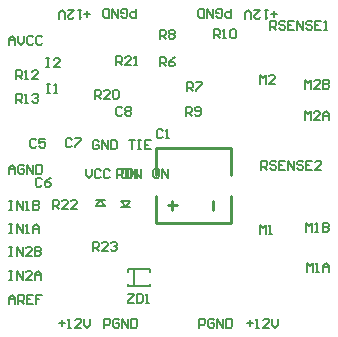
<source format=gto>
%FSLAX24Y24*%
%MOIN*%
G70*
G01*
G75*
%ADD10R,0.0280X0.0159*%
%ADD11R,0.0450X0.0450*%
%ADD12R,0.0315X0.0236*%
%ADD13R,0.0236X0.0315*%
%ADD14R,0.0689X0.0433*%
%ADD15R,0.0689X0.0256*%
G04:AMPARAMS|DCode=16|XSize=68.9mil|YSize=25.6mil|CornerRadius=0mil|HoleSize=0mil|Usage=FLASHONLY|Rotation=0.000|XOffset=0mil|YOffset=0mil|HoleType=Round|Shape=Octagon|*
%AMOCTAGOND16*
4,1,8,0.0344,-0.0064,0.0344,0.0064,0.0281,0.0128,-0.0281,0.0128,-0.0344,0.0064,-0.0344,-0.0064,-0.0281,-0.0128,0.0281,-0.0128,0.0344,-0.0064,0.0*
%
%ADD16OCTAGOND16*%

%ADD17R,0.0950X0.1300*%
%ADD18R,0.0984X0.0394*%
%ADD19C,0.0100*%
%ADD20C,0.0197*%
%ADD21C,0.0256*%
%ADD22C,0.0787*%
%ADD23C,0.0315*%
%ADD24R,0.0400X0.0850*%
%ADD25R,0.0550X0.0150*%
%ADD26R,0.1000X0.0300*%
%ADD27R,0.0950X0.0700*%
%ADD28R,0.0600X0.0700*%
%ADD29R,0.1575X0.0394*%
%ADD30R,0.1181X0.0394*%
%ADD31R,0.1575X0.1181*%
%ADD32R,0.1181X0.1575*%
%ADD33C,0.0220*%
%ADD34C,0.0250*%
G04:AMPARAMS|DCode=35|XSize=59.1mil|YSize=26.7mil|CornerRadius=0mil|HoleSize=0mil|Usage=FLASHONLY|Rotation=0.000|XOffset=0mil|YOffset=0mil|HoleType=Round|Shape=Octagon|*
%AMOCTAGOND35*
4,1,8,0.0295,-0.0067,0.0295,0.0067,0.0229,0.0133,-0.0229,0.0133,-0.0295,0.0067,-0.0295,-0.0067,-0.0229,-0.0133,0.0229,-0.0133,0.0295,-0.0067,0.0*
%
%ADD35OCTAGOND35*%

%ADD36R,0.0591X0.0267*%
%ADD37R,0.1102X0.0276*%
%ADD38R,0.1063X0.0315*%
%ADD39R,0.1102X0.0236*%
%ADD40R,0.1102X0.0197*%
%ADD41R,0.1142X0.0315*%
%ADD42R,0.1181X0.0354*%
%ADD43R,0.1142X0.0394*%
%ADD44C,0.0050*%
%ADD45C,0.0060*%
%ADD46C,0.0075*%
D19*
X98778Y61828D02*
Y62128D01*
X97428Y61828D02*
Y62128D01*
X97278Y61978D02*
X97578D01*
X96878Y61378D02*
X99378D01*
X96878Y63878D02*
X99378D01*
X96878Y62978D02*
Y63878D01*
Y61378D02*
Y62278D01*
X99378Y62978D02*
Y63878D01*
Y61378D02*
Y62278D01*
D44*
X96159Y59282D02*
Y59833D01*
X95935Y59282D02*
Y59357D01*
X96683Y59282D02*
Y59357D01*
Y59757D02*
Y59833D01*
X95935Y59757D02*
Y59833D01*
X96683D01*
X95935Y59282D02*
X96683D01*
D45*
X94870Y61937D02*
X95170D01*
X95020Y62137D02*
X95170Y61937D01*
X94870D02*
X95020Y62137D01*
X94870D02*
X95170D01*
X95726Y62118D02*
X96026D01*
X95726D02*
X95876Y61918D01*
X96026Y62118D01*
X95726Y61918D02*
X96026D01*
D46*
X95945Y59020D02*
X96145D01*
Y58970D01*
X95945Y58770D01*
Y58720D01*
X96145D01*
X96245Y59020D02*
Y58720D01*
X96395D01*
X96445Y58770D01*
Y58970D01*
X96395Y59020D01*
X96245D01*
X96545Y58720D02*
X96645D01*
X96595D01*
Y59020D01*
X96545Y58970D01*
X94537Y63174D02*
Y62974D01*
X94637Y62874D01*
X94737Y62974D01*
Y63174D01*
X95037Y63124D02*
X94987Y63174D01*
X94887D01*
X94837Y63124D01*
Y62924D01*
X94887Y62874D01*
X94987D01*
X95037Y62924D01*
X95337Y63124D02*
X95287Y63174D01*
X95187D01*
X95137Y63124D01*
Y62924D01*
X95187Y62874D01*
X95287D01*
X95337Y62924D01*
X95887Y63174D02*
X95787D01*
X95737Y63124D01*
Y62924D01*
X95787Y62874D01*
X95887D01*
X95937Y62924D01*
Y63124D01*
X95887Y63174D01*
X96037Y62874D02*
Y63174D01*
X96237Y62874D01*
Y63174D01*
X94774Y60453D02*
Y60753D01*
X94924D01*
X94974Y60703D01*
Y60603D01*
X94924Y60553D01*
X94774D01*
X94874D02*
X94974Y60453D01*
X95273D02*
X95074D01*
X95273Y60653D01*
Y60703D01*
X95223Y60753D01*
X95124D01*
X95074Y60703D01*
X95373D02*
X95423Y60753D01*
X95523D01*
X95573Y60703D01*
Y60653D01*
X95523Y60603D01*
X95473D01*
X95523D01*
X95573Y60553D01*
Y60503D01*
X95523Y60453D01*
X95423D01*
X95373Y60503D01*
X93445Y61860D02*
Y62160D01*
X93595D01*
X93645Y62110D01*
Y62010D01*
X93595Y61960D01*
X93445D01*
X93545D02*
X93645Y61860D01*
X93945D02*
X93745D01*
X93945Y62060D01*
Y62110D01*
X93895Y62160D01*
X93795D01*
X93745Y62110D01*
X94245Y61860D02*
X94045D01*
X94245Y62060D01*
Y62110D01*
X94195Y62160D01*
X94095D01*
X94045Y62110D01*
X95591Y62884D02*
Y63184D01*
X95740D01*
X95790Y63134D01*
Y63034D01*
X95740Y62984D01*
X95591D01*
X96040Y63184D02*
X95940D01*
X95890Y63134D01*
Y62934D01*
X95940Y62884D01*
X96040D01*
X96090Y62934D01*
Y63134D01*
X96040Y63184D01*
X96190D02*
Y62884D01*
X96290Y62984D01*
X96390Y62884D01*
Y63184D01*
X96940D02*
X96840D01*
X96790Y63134D01*
Y62934D01*
X96840Y62884D01*
X96940D01*
X96990Y62934D01*
Y63134D01*
X96940Y63184D01*
X97090Y62884D02*
Y63184D01*
X97290Y62884D01*
Y63184D01*
X100394Y63150D02*
Y63450D01*
X100544D01*
X100594Y63400D01*
Y63300D01*
X100544Y63250D01*
X100394D01*
X100494D02*
X100594Y63150D01*
X100894Y63400D02*
X100844Y63450D01*
X100744D01*
X100694Y63400D01*
Y63350D01*
X100744Y63300D01*
X100844D01*
X100894Y63250D01*
Y63200D01*
X100844Y63150D01*
X100744D01*
X100694Y63200D01*
X101193Y63450D02*
X100994D01*
Y63150D01*
X101193D01*
X100994Y63300D02*
X101093D01*
X101293Y63150D02*
Y63450D01*
X101493Y63150D01*
Y63450D01*
X101793Y63400D02*
X101743Y63450D01*
X101643D01*
X101593Y63400D01*
Y63350D01*
X101643Y63300D01*
X101743D01*
X101793Y63250D01*
Y63200D01*
X101743Y63150D01*
X101643D01*
X101593Y63200D01*
X102093Y63450D02*
X101893D01*
Y63150D01*
X102093D01*
X101893Y63300D02*
X101993D01*
X102393Y63150D02*
X102193D01*
X102393Y63350D01*
Y63400D01*
X102343Y63450D01*
X102243D01*
X102193Y63400D01*
X100689Y67825D02*
Y68125D01*
X100839D01*
X100889Y68075D01*
Y67975D01*
X100839Y67925D01*
X100689D01*
X100789D02*
X100889Y67825D01*
X101189Y68075D02*
X101139Y68125D01*
X101039D01*
X100989Y68075D01*
Y68025D01*
X101039Y67975D01*
X101139D01*
X101189Y67925D01*
Y67875D01*
X101139Y67825D01*
X101039D01*
X100989Y67875D01*
X101489Y68125D02*
X101289D01*
Y67825D01*
X101489D01*
X101289Y67975D02*
X101389D01*
X101589Y67825D02*
Y68125D01*
X101789Y67825D01*
Y68125D01*
X102089Y68075D02*
X102039Y68125D01*
X101939D01*
X101889Y68075D01*
Y68025D01*
X101939Y67975D01*
X102039D01*
X102089Y67925D01*
Y67875D01*
X102039Y67825D01*
X101939D01*
X101889Y67875D01*
X102388Y68125D02*
X102188D01*
Y67825D01*
X102388D01*
X102188Y67975D02*
X102288D01*
X102488Y67825D02*
X102588D01*
X102538D01*
Y68125D01*
X102488Y68075D01*
X95561Y66634D02*
Y66934D01*
X95711D01*
X95761Y66884D01*
Y66784D01*
X95711Y66734D01*
X95561D01*
X95661D02*
X95761Y66634D01*
X96061D02*
X95861D01*
X96061Y66834D01*
Y66884D01*
X96011Y66934D01*
X95911D01*
X95861Y66884D01*
X96161Y66634D02*
X96261D01*
X96211D01*
Y66934D01*
X96161Y66884D01*
X94833Y65512D02*
Y65812D01*
X94983D01*
X95033Y65762D01*
Y65662D01*
X94983Y65612D01*
X94833D01*
X94933D02*
X95033Y65512D01*
X95333D02*
X95133D01*
X95333Y65712D01*
Y65762D01*
X95283Y65812D01*
X95183D01*
X95133Y65762D01*
X95432D02*
X95482Y65812D01*
X95582D01*
X95632Y65762D01*
Y65562D01*
X95582Y65512D01*
X95482D01*
X95432Y65562D01*
Y65762D01*
X92215Y65384D02*
Y65684D01*
X92365D01*
X92415Y65634D01*
Y65534D01*
X92365Y65484D01*
X92215D01*
X92315D02*
X92415Y65384D01*
X92514D02*
X92614D01*
X92564D01*
Y65684D01*
X92514Y65634D01*
X92764D02*
X92814Y65684D01*
X92914D01*
X92964Y65634D01*
Y65584D01*
X92914Y65534D01*
X92864D01*
X92914D01*
X92964Y65484D01*
Y65434D01*
X92914Y65384D01*
X92814D01*
X92764Y65434D01*
X92215Y66171D02*
Y66471D01*
X92365D01*
X92415Y66421D01*
Y66321D01*
X92365Y66271D01*
X92215D01*
X92315D02*
X92415Y66171D01*
X92514D02*
X92614D01*
X92564D01*
Y66471D01*
X92514Y66421D01*
X92964Y66171D02*
X92764D01*
X92964Y66371D01*
Y66421D01*
X92914Y66471D01*
X92814D01*
X92764Y66421D01*
X98799Y67530D02*
Y67829D01*
X98949D01*
X98999Y67779D01*
Y67679D01*
X98949Y67629D01*
X98799D01*
X98899D02*
X98999Y67530D01*
X99099D02*
X99199D01*
X99149D01*
Y67829D01*
X99099Y67779D01*
X99349D02*
X99399Y67829D01*
X99499D01*
X99549Y67779D01*
Y67580D01*
X99499Y67530D01*
X99399D01*
X99349Y67580D01*
Y67779D01*
X97874Y64961D02*
Y65261D01*
X98024D01*
X98074Y65211D01*
Y65111D01*
X98024Y65061D01*
X97874D01*
X97974D02*
X98074Y64961D01*
X98174Y65011D02*
X98224Y64961D01*
X98324D01*
X98374Y65011D01*
Y65211D01*
X98324Y65261D01*
X98224D01*
X98174Y65211D01*
Y65161D01*
X98224Y65111D01*
X98374D01*
X97008Y67520D02*
Y67820D01*
X97158D01*
X97208Y67770D01*
Y67670D01*
X97158Y67620D01*
X97008D01*
X97108D02*
X97208Y67520D01*
X97308Y67770D02*
X97358Y67820D01*
X97458D01*
X97508Y67770D01*
Y67720D01*
X97458Y67670D01*
X97508Y67620D01*
Y67570D01*
X97458Y67520D01*
X97358D01*
X97308Y67570D01*
Y67620D01*
X97358Y67670D01*
X97308Y67720D01*
Y67770D01*
X97358Y67670D02*
X97458D01*
X97904Y65778D02*
Y66077D01*
X98054D01*
X98103Y66027D01*
Y65928D01*
X98054Y65878D01*
X97904D01*
X98004D02*
X98103Y65778D01*
X98203Y66077D02*
X98403D01*
Y66027D01*
X98203Y65828D01*
Y65778D01*
X97008Y66604D02*
Y66904D01*
X97158D01*
X97208Y66854D01*
Y66754D01*
X97158Y66704D01*
X97008D01*
X97108D02*
X97208Y66604D01*
X97508Y66904D02*
X97408Y66854D01*
X97308Y66754D01*
Y66654D01*
X97358Y66604D01*
X97458D01*
X97508Y66654D01*
Y66704D01*
X97458Y66754D01*
X97308D01*
X100335Y66024D02*
Y66324D01*
X100435Y66224D01*
X100535Y66324D01*
Y66024D01*
X100834D02*
X100635D01*
X100834Y66224D01*
Y66274D01*
X100785Y66324D01*
X100685D01*
X100635Y66274D01*
X100335Y61024D02*
Y61324D01*
X100435Y61224D01*
X100535Y61324D01*
Y61024D01*
X100635D02*
X100735D01*
X100685D01*
Y61324D01*
X100635Y61274D01*
X94974Y64089D02*
X94924Y64138D01*
X94824D01*
X94774Y64089D01*
Y63889D01*
X94824Y63839D01*
X94924D01*
X94974Y63889D01*
Y63989D01*
X94874D01*
X95074Y63839D02*
Y64138D01*
X95273Y63839D01*
Y64138D01*
X95373D02*
Y63839D01*
X95523D01*
X95573Y63889D01*
Y64089D01*
X95523Y64138D01*
X95373D01*
X95973D02*
X96173D01*
X96073D01*
Y63839D01*
X96273Y64138D02*
X96373D01*
X96323D01*
Y63839D01*
X96273D01*
X96373D01*
X96723Y64138D02*
X96523D01*
Y63839D01*
X96723D01*
X96523Y63989D02*
X96623D01*
X95751Y65211D02*
X95701Y65261D01*
X95601D01*
X95551Y65211D01*
Y65011D01*
X95601Y64961D01*
X95701D01*
X95751Y65011D01*
X95851Y65211D02*
X95901Y65261D01*
X96001D01*
X96051Y65211D01*
Y65161D01*
X96001Y65111D01*
X96051Y65061D01*
Y65011D01*
X96001Y64961D01*
X95901D01*
X95851Y65011D01*
Y65061D01*
X95901Y65111D01*
X95851Y65161D01*
Y65211D01*
X95901Y65111D02*
X96001D01*
X94068Y64148D02*
X94018Y64198D01*
X93918D01*
X93868Y64148D01*
Y63948D01*
X93918Y63898D01*
X94018D01*
X94068Y63948D01*
X94168Y64198D02*
X94368D01*
Y64148D01*
X94168Y63948D01*
Y63898D01*
X93074Y62829D02*
X93024Y62879D01*
X92924D01*
X92874Y62829D01*
Y62629D01*
X92924Y62579D01*
X93024D01*
X93074Y62629D01*
X93374Y62879D02*
X93274Y62829D01*
X93174Y62729D01*
Y62629D01*
X93224Y62579D01*
X93324D01*
X93374Y62629D01*
Y62679D01*
X93324Y62729D01*
X93174D01*
X92887Y64131D02*
X92837Y64181D01*
X92737D01*
X92687Y64131D01*
Y63931D01*
X92737Y63882D01*
X92837D01*
X92887Y63931D01*
X93187Y64181D02*
X92987D01*
Y64031D01*
X93087Y64081D01*
X93137D01*
X93187Y64031D01*
Y63931D01*
X93137Y63882D01*
X93037D01*
X92987Y63931D01*
X97099Y64458D02*
X97049Y64508D01*
X96950D01*
X96900Y64458D01*
Y64258D01*
X96950Y64208D01*
X97049D01*
X97099Y64258D01*
X97199Y64208D02*
X97299D01*
X97249D01*
Y64508D01*
X97199Y64458D01*
X101909Y59754D02*
Y60054D01*
X102009Y59954D01*
X102109Y60054D01*
Y59754D01*
X102209D02*
X102309D01*
X102259D01*
Y60054D01*
X102209Y60004D01*
X102459Y59754D02*
Y59954D01*
X102559Y60054D01*
X102659Y59954D01*
Y59754D01*
Y59904D01*
X102459D01*
X101890Y61083D02*
Y61383D01*
X101990Y61283D01*
X102090Y61383D01*
Y61083D01*
X102190D02*
X102290D01*
X102240D01*
Y61383D01*
X102190Y61333D01*
X102440Y61383D02*
Y61083D01*
X102590D01*
X102640Y61133D01*
Y61183D01*
X102590Y61233D01*
X102440D01*
X102590D01*
X102640Y61283D01*
Y61333D01*
X102590Y61383D01*
X102440D01*
X101841Y64803D02*
Y65103D01*
X101941Y65003D01*
X102040Y65103D01*
Y64803D01*
X102340D02*
X102140D01*
X102340Y65003D01*
Y65053D01*
X102290Y65103D01*
X102190D01*
X102140Y65053D01*
X102440Y64803D02*
Y65003D01*
X102540Y65103D01*
X102640Y65003D01*
Y64803D01*
Y64953D01*
X102440D01*
X101860Y65856D02*
Y66156D01*
X101960Y66056D01*
X102060Y66156D01*
Y65856D01*
X102360D02*
X102160D01*
X102360Y66056D01*
Y66106D01*
X102310Y66156D01*
X102210D01*
X102160Y66106D01*
X102460Y66156D02*
Y65856D01*
X102610D01*
X102660Y65906D01*
Y65956D01*
X102610Y66006D01*
X102460D01*
X102610D01*
X102660Y66056D01*
Y66106D01*
X102610Y66156D01*
X102460D01*
X91998Y60595D02*
X92098D01*
X92048D01*
Y60295D01*
X91998D01*
X92098D01*
X92248D02*
Y60595D01*
X92448Y60295D01*
Y60595D01*
X92748Y60295D02*
X92548D01*
X92748Y60495D01*
Y60545D01*
X92698Y60595D01*
X92598D01*
X92548Y60545D01*
X92848Y60595D02*
Y60295D01*
X92998D01*
X93048Y60345D01*
Y60395D01*
X92998Y60445D01*
X92848D01*
X92998D01*
X93048Y60495D01*
Y60545D01*
X92998Y60595D01*
X92848D01*
X91998Y59788D02*
X92098D01*
X92048D01*
Y59488D01*
X91998D01*
X92098D01*
X92248D02*
Y59788D01*
X92448Y59488D01*
Y59788D01*
X92748Y59488D02*
X92548D01*
X92748Y59688D01*
Y59738D01*
X92698Y59788D01*
X92598D01*
X92548Y59738D01*
X92848Y59488D02*
Y59688D01*
X92948Y59788D01*
X93048Y59688D01*
Y59488D01*
Y59638D01*
X92848D01*
X91988Y61343D02*
X92088D01*
X92038D01*
Y61043D01*
X91988D01*
X92088D01*
X92238D02*
Y61343D01*
X92438Y61043D01*
Y61343D01*
X92538Y61043D02*
X92638D01*
X92588D01*
Y61343D01*
X92538Y61293D01*
X92788Y61043D02*
Y61243D01*
X92888Y61343D01*
X92988Y61243D01*
Y61043D01*
Y61193D01*
X92788D01*
X91998Y62121D02*
X92098D01*
X92048D01*
Y61821D01*
X91998D01*
X92098D01*
X92248D02*
Y62121D01*
X92448Y61821D01*
Y62121D01*
X92548Y61821D02*
X92648D01*
X92598D01*
Y62121D01*
X92548Y62071D01*
X92798Y62121D02*
Y61821D01*
X92948D01*
X92998Y61871D01*
Y61921D01*
X92948Y61971D01*
X92798D01*
X92948D01*
X92998Y62021D01*
Y62071D01*
X92948Y62121D01*
X92798D01*
X93238Y66028D02*
X93338D01*
X93288D01*
Y65728D01*
X93238D01*
X93338D01*
X93488D02*
X93588D01*
X93538D01*
Y66028D01*
X93488Y65978D01*
X93218Y66865D02*
X93318D01*
X93268D01*
Y66565D01*
X93218D01*
X93318D01*
X93668D02*
X93468D01*
X93668Y66765D01*
Y66815D01*
X93618Y66865D01*
X93518D01*
X93468Y66815D01*
X91988Y67323D02*
Y67523D01*
X92088Y67623D01*
X92188Y67523D01*
Y67323D01*
Y67473D01*
X91988D01*
X92288Y67623D02*
Y67423D01*
X92388Y67323D01*
X92488Y67423D01*
Y67623D01*
X92788Y67573D02*
X92738Y67623D01*
X92638D01*
X92588Y67573D01*
Y67373D01*
X92638Y67323D01*
X92738D01*
X92788Y67373D01*
X93088Y67573D02*
X93038Y67623D01*
X92938D01*
X92888Y67573D01*
Y67373D01*
X92938Y67323D01*
X93038D01*
X93088Y67373D01*
X91988Y58681D02*
Y58881D01*
X92088Y58981D01*
X92188Y58881D01*
Y58681D01*
Y58831D01*
X91988D01*
X92288Y58681D02*
Y58981D01*
X92438D01*
X92488Y58931D01*
Y58831D01*
X92438Y58781D01*
X92288D01*
X92388D02*
X92488Y58681D01*
X92788Y58981D02*
X92588D01*
Y58681D01*
X92788D01*
X92588Y58831D02*
X92688D01*
X93088Y58981D02*
X92888D01*
Y58831D01*
X92988D01*
X92888D01*
Y58681D01*
X91988Y63012D02*
Y63212D01*
X92088Y63312D01*
X92188Y63212D01*
Y63012D01*
Y63162D01*
X91988D01*
X92488Y63262D02*
X92438Y63312D01*
X92338D01*
X92288Y63262D01*
Y63062D01*
X92338Y63012D01*
X92438D01*
X92488Y63062D01*
Y63162D01*
X92388D01*
X92588Y63012D02*
Y63312D01*
X92788Y63012D01*
Y63312D01*
X92888D02*
Y63012D01*
X93038D01*
X93088Y63062D01*
Y63262D01*
X93038Y63312D01*
X92888D01*
X95157Y57884D02*
Y58184D01*
X95307D01*
X95357Y58134D01*
Y58034D01*
X95307Y57984D01*
X95157D01*
X95657Y58134D02*
X95607Y58184D01*
X95507D01*
X95457Y58134D01*
Y57934D01*
X95507Y57884D01*
X95607D01*
X95657Y57934D01*
Y58034D01*
X95557D01*
X95757Y57884D02*
Y58184D01*
X95957Y57884D01*
Y58184D01*
X96057D02*
Y57884D01*
X96207D01*
X96257Y57934D01*
Y58134D01*
X96207Y58184D01*
X96057D01*
X98317Y57884D02*
Y58184D01*
X98467D01*
X98517Y58134D01*
Y58034D01*
X98467Y57984D01*
X98317D01*
X98817Y58134D02*
X98767Y58184D01*
X98667D01*
X98617Y58134D01*
Y57934D01*
X98667Y57884D01*
X98767D01*
X98817Y57934D01*
Y58034D01*
X98717D01*
X98917Y57884D02*
Y58184D01*
X99117Y57884D01*
Y58184D01*
X99217D02*
Y57884D01*
X99367D01*
X99417Y57934D01*
Y58134D01*
X99367Y58184D01*
X99217D01*
X99390Y68514D02*
Y68214D01*
X99240D01*
X99190Y68264D01*
Y68364D01*
X99240Y68414D01*
X99390D01*
X98890Y68264D02*
X98940Y68214D01*
X99040D01*
X99090Y68264D01*
Y68464D01*
X99040Y68514D01*
X98940D01*
X98890Y68464D01*
Y68364D01*
X98990D01*
X98790Y68514D02*
Y68214D01*
X98590Y68514D01*
Y68214D01*
X98490D02*
Y68514D01*
X98340D01*
X98290Y68464D01*
Y68264D01*
X98340Y68214D01*
X98490D01*
X96220Y68514D02*
Y68214D01*
X96071D01*
X96021Y68264D01*
Y68364D01*
X96071Y68414D01*
X96220D01*
X95721Y68264D02*
X95771Y68214D01*
X95871D01*
X95921Y68264D01*
Y68464D01*
X95871Y68514D01*
X95771D01*
X95721Y68464D01*
Y68364D01*
X95821D01*
X95621Y68514D02*
Y68214D01*
X95421Y68514D01*
Y68214D01*
X95321D02*
Y68514D01*
X95171D01*
X95121Y68464D01*
Y68264D01*
X95171Y68214D01*
X95321D01*
X94685Y68344D02*
X94485D01*
X94585Y68244D02*
Y68444D01*
X94385Y68494D02*
X94285D01*
X94335D01*
Y68194D01*
X94385Y68244D01*
X93935Y68494D02*
X94135D01*
X93935Y68294D01*
Y68244D01*
X93985Y68194D01*
X94085D01*
X94135Y68244D01*
X93835Y68194D02*
Y68394D01*
X93735Y68494D01*
X93635Y68394D01*
Y68194D01*
X100906Y68344D02*
X100706D01*
X100806Y68244D02*
Y68444D01*
X100606Y68494D02*
X100506D01*
X100556D01*
Y68194D01*
X100606Y68244D01*
X100156Y68494D02*
X100356D01*
X100156Y68294D01*
Y68244D01*
X100206Y68194D01*
X100306D01*
X100356Y68244D01*
X100056Y68194D02*
Y68394D01*
X99956Y68494D01*
X99856Y68394D01*
Y68194D01*
X93632Y58034D02*
X93832D01*
X93732Y58134D02*
Y57934D01*
X93932Y57884D02*
X94032D01*
X93982D01*
Y58184D01*
X93932Y58134D01*
X94382Y57884D02*
X94182D01*
X94382Y58084D01*
Y58134D01*
X94332Y58184D01*
X94232D01*
X94182Y58134D01*
X94482Y58184D02*
Y57984D01*
X94582Y57884D01*
X94682Y57984D01*
Y58184D01*
X99902Y58034D02*
X100102D01*
X100002Y58134D02*
Y57934D01*
X100201Y57884D02*
X100301D01*
X100251D01*
Y58184D01*
X100201Y58134D01*
X100651Y57884D02*
X100451D01*
X100651Y58084D01*
Y58134D01*
X100601Y58184D01*
X100501D01*
X100451Y58134D01*
X100751Y58184D02*
Y57984D01*
X100851Y57884D01*
X100951Y57984D01*
Y58184D01*
M02*

</source>
